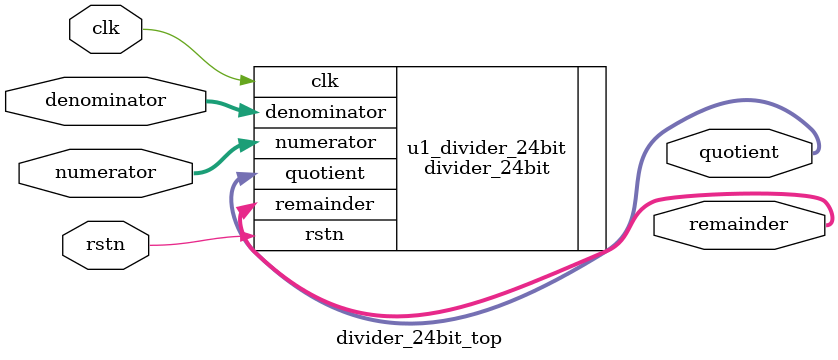
<source format=v>
`timescale 1ns/100ps

module divider_24bit_top (
               clk,
               rstn,
               //--------input
               numerator,
               denominator,
               //--------output
               quotient,
               remainder
        );

   input             clk;
   input             rstn;
   //--------input
   input  [24-1:0]   numerator;
   input  [16-1:0]   denominator;
   //--------output
   output [24-1:0]   quotient;
   output [16-1:0]   remainder;

divider_24bit u1_divider_24bit (
               .clk              (clk              ),
               .rstn             (rstn             ),
               //--------input
               .numerator        (numerator        ),
               .denominator      (denominator      ),
               //--------output
               .quotient         (quotient         ),
               .remainder        (remainder        )
    );

endmodule

</source>
